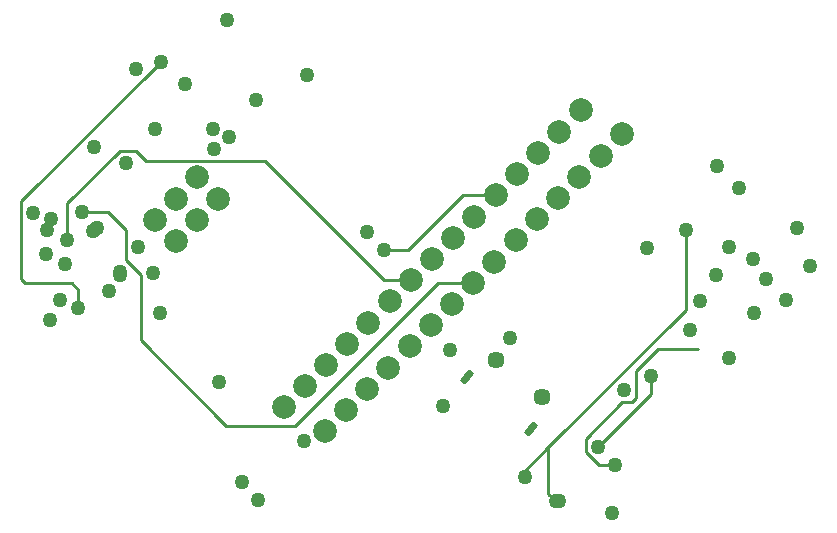
<source format=gbl>
G04*
G04 #@! TF.GenerationSoftware,Altium Limited,Altium Designer,23.4.1 (23)*
G04*
G04 Layer_Physical_Order=6*
G04 Layer_Color=16711680*
%FSLAX44Y44*%
%MOMM*%
G71*
G04*
G04 #@! TF.SameCoordinates,7EF6362F-2363-4B38-88DE-BB285B2C36F4*
G04*
G04*
G04 #@! TF.FilePolarity,Positive*
G04*
G01*
G75*
%ADD14C,0.2540*%
%ADD55C,2.0000*%
%ADD56C,1.4500*%
G04:AMPARAMS|DCode=57|XSize=0.6mm|YSize=1.3mm|CornerRadius=0.15mm|HoleSize=0mm|Usage=FLASHONLY|Rotation=321.000|XOffset=0mm|YOffset=0mm|HoleType=Round|Shape=RoundedRectangle|*
%AMROUNDEDRECTD57*
21,1,0.6000,1.0000,0,0,321.0*
21,1,0.3000,1.3000,0,0,321.0*
1,1,0.3000,-0.1981,-0.4830*
1,1,0.3000,-0.4312,-0.2942*
1,1,0.3000,0.1981,0.4830*
1,1,0.3000,0.4312,0.2942*
%
%ADD57ROUNDEDRECTD57*%
%ADD58C,1.2700*%
D14*
X340202Y-26828D02*
X359760Y-7270D01*
X266739Y132119D02*
X296519D01*
X145638Y11018D02*
X266739Y132119D01*
X87472Y11018D02*
X145638D01*
X15082Y83408D02*
X87472Y11018D01*
X15082Y83408D02*
Y139185D01*
X2636Y151631D02*
X15082Y139185D01*
X2636Y151631D02*
Y176880D01*
X-12350Y191866D02*
X2636Y176880D01*
X-34702Y191866D02*
X-12350D01*
X221330Y159608D02*
X241142D01*
X287774Y206240D01*
X315539D01*
X359760Y-46386D02*
X366283Y-52909D01*
X359760Y-46386D02*
Y-7270D01*
X476346Y109316D01*
X-38004Y110840D02*
Y126080D01*
X-43592Y131668D02*
X-38004Y126080D01*
X-82708Y131668D02*
X-43592D01*
X-86010Y134970D02*
X-82708Y131668D01*
X-86010Y134970D02*
Y201010D01*
X32354Y319374D01*
X220886Y134398D02*
X243697D01*
X119984Y235300D02*
X220886Y134398D01*
X19606Y235300D02*
X119984D01*
X10857Y244049D02*
X19606Y235300D01*
X-2839Y244049D02*
X10857D01*
X-47402Y199486D02*
X-2839Y244049D01*
X-47402Y168752D02*
Y199486D01*
X453232Y75788D02*
X487014D01*
X434690Y57246D02*
X453232Y75788D01*
X434690Y34640D02*
Y57246D01*
X430880Y30830D02*
X434690Y34640D01*
X422752Y30830D02*
X430880D01*
X391764Y-158D02*
X422752Y30830D01*
X391764Y-11080D02*
Y-158D01*
Y-11080D02*
X402776Y-22092D01*
X416402D01*
X340202Y-31908D02*
Y-26828D01*
X476346Y109316D02*
Y177134D01*
X401924Y-6852D02*
X446882Y38106D01*
Y53326D01*
D55*
X170795Y6395D02*
D03*
X188755Y24356D02*
D03*
X206716Y42316D02*
D03*
X224676Y60277D02*
D03*
X242637Y78237D02*
D03*
X260597Y96198D02*
D03*
X278558Y114158D02*
D03*
X296519Y132119D02*
D03*
X314479Y150079D02*
D03*
X332439Y168040D02*
D03*
X350400Y186000D02*
D03*
X368360Y203961D02*
D03*
X386321Y221921D02*
D03*
X404282Y239882D02*
D03*
X422242Y257843D02*
D03*
X80561Y203440D02*
D03*
X62600Y185479D02*
D03*
X44640Y167519D02*
D03*
X62600Y221400D02*
D03*
X44640Y203440D02*
D03*
X26679Y185479D02*
D03*
X135934Y26635D02*
D03*
X153895Y44595D02*
D03*
X171855Y62556D02*
D03*
X189816Y80517D02*
D03*
X207776Y98477D02*
D03*
X225737Y116437D02*
D03*
X243697Y134398D02*
D03*
X261658Y152358D02*
D03*
X279618Y170319D02*
D03*
X297579Y188279D02*
D03*
X315539Y206240D02*
D03*
X333500Y224200D02*
D03*
X351460Y242161D02*
D03*
X369421Y260121D02*
D03*
X387382Y278082D02*
D03*
D56*
X315489Y67176D02*
D03*
X354346Y35710D02*
D03*
D57*
X345334Y8691D02*
D03*
X290934Y52743D02*
D03*
D03*
D58*
X206598Y174848D02*
D03*
X11272Y313532D02*
D03*
X-34702Y191866D02*
D03*
X-53244Y117952D02*
D03*
X-48926Y148432D02*
D03*
X-25050Y175864D02*
D03*
X31084Y106268D02*
D03*
X100426Y-36480D02*
D03*
X89758Y255874D02*
D03*
X76423Y262351D02*
D03*
X2382Y233776D02*
D03*
X52420Y300713D02*
D03*
X561690Y117190D02*
D03*
X276702Y75280D02*
D03*
X-21748Y178404D02*
D03*
X-65182Y156560D02*
D03*
X112872Y286608D02*
D03*
X-64674Y177134D02*
D03*
X-60610Y185770D02*
D03*
X-24288Y247492D02*
D03*
X26679Y262351D02*
D03*
X-2444Y141320D02*
D03*
X221330Y159608D02*
D03*
X512668Y162291D02*
D03*
X570930Y178475D02*
D03*
X424412Y41237D02*
D03*
X413608Y-62561D02*
D03*
X-61880Y100772D02*
D03*
X-2444Y138473D02*
D03*
X443390Y162044D02*
D03*
X366283Y-52909D02*
D03*
X270860Y27528D02*
D03*
X479902Y92552D02*
D03*
X533750Y152598D02*
D03*
X-38004Y110840D02*
D03*
X32354Y319374D02*
D03*
X-47402Y168752D02*
D03*
X114396Y-51974D02*
D03*
X-75850Y190850D02*
D03*
X77215Y245714D02*
D03*
X581248Y146400D02*
D03*
X544672Y135224D02*
D03*
X327248Y85186D02*
D03*
X416402Y-22092D02*
D03*
X340202Y-31908D02*
D03*
X476346Y177134D02*
D03*
X401924Y-6852D02*
D03*
X446882Y53326D02*
D03*
X368904Y-52990D02*
D03*
X25242Y140050D02*
D03*
X-11792Y124810D02*
D03*
X81376Y48356D02*
D03*
X12796Y162656D02*
D03*
X153258Y-1428D02*
D03*
X533938Y106890D02*
D03*
X512668Y68233D02*
D03*
X502453Y138375D02*
D03*
X488664Y116770D02*
D03*
X87751Y354825D02*
D03*
X156052Y308255D02*
D03*
X503160Y231006D02*
D03*
X521544Y212621D02*
D03*
M02*

</source>
